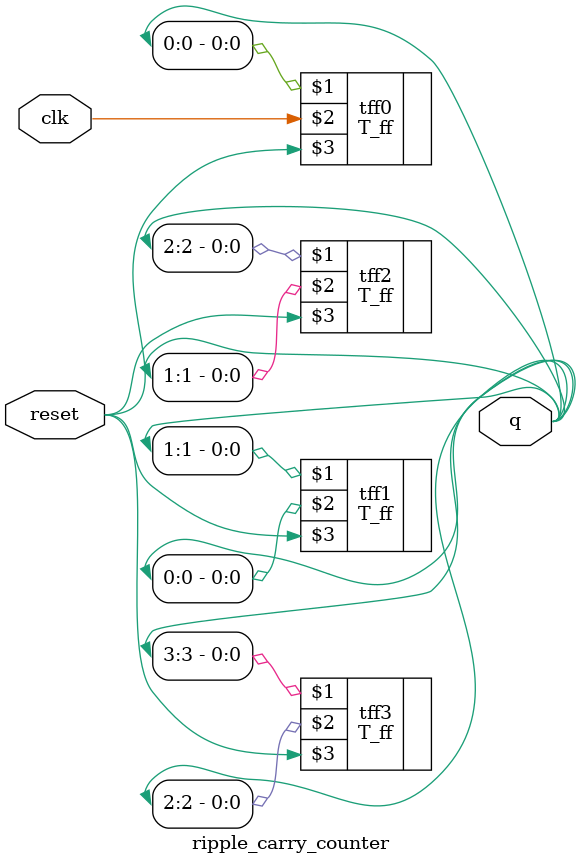
<source format=v>
`timescale 1ns / 1ps


module ripple_carry_counter(q, clk, reset);
    input clk, reset;
    output [3:0]q;
    
    T_ff tff0(q[0], clk, reset);
    T_ff tff1(q[1], q[0], reset);
    T_ff tff2(q[2], q[1], reset);
    T_ff tff3(q[3], q[2], reset);
   
endmodule



</source>
